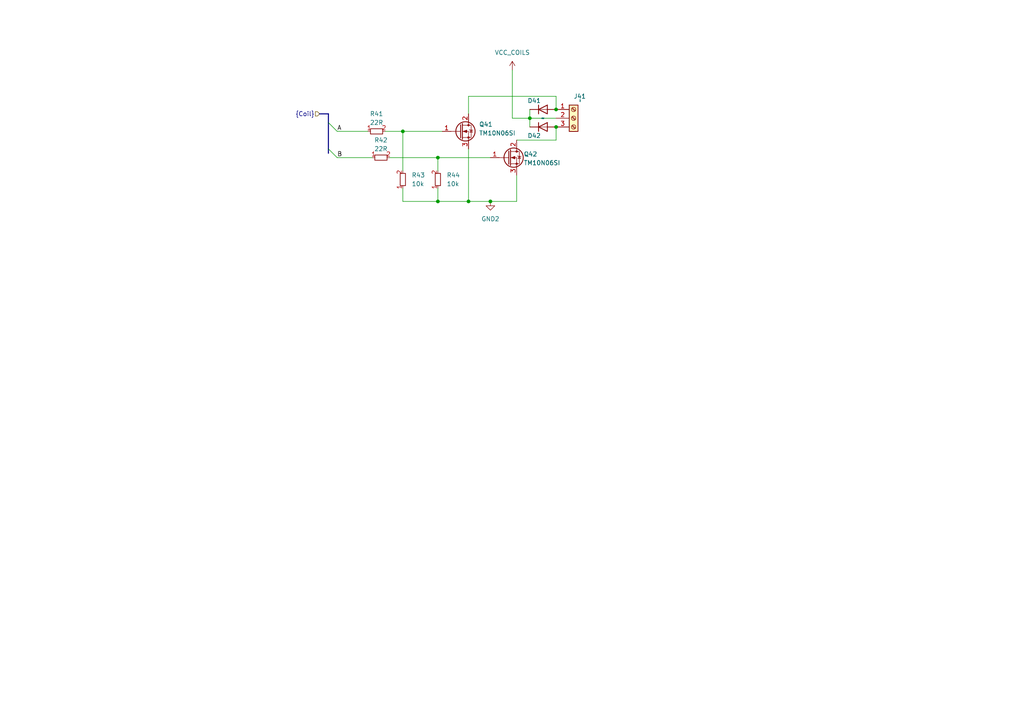
<source format=kicad_sch>
(kicad_sch (version 20231120) (generator "eeschema") (generator_version "8.0")
  (paper "A4")
  (lib_symbols
    (symbol "Connector:Screw_Terminal_01x03" (pin_names (offset 1.016) hide)
      (property "Reference" "J" (at 0 5.08 0))
      (property "Value" "Screw_Terminal_01x03" (at 0 -5.08 0))
      (symbol "Screw_Terminal_01x03_1_1"
        (rectangle (start -1.27 3.81) (end 1.27 -3.81) (stroke (width 0.254)) (fill (type background)))
        (circle (center 0 -2.54) (radius 0.635) (stroke (width 0.1524)))
        (polyline (pts (xy -0.5334 -2.2098) (xy 0.3302 -3.048)) (stroke (width 0.1524)))
        (polyline (pts (xy -0.5334 0.3302) (xy 0.3302 -0.508)) (stroke (width 0.1524)))
        (polyline (pts (xy -0.5334 2.8702) (xy 0.3302 2.032)) (stroke (width 0.1524)))
        (polyline (pts (xy -0.3556 -2.032) (xy 0.508 -2.8702)) (stroke (width 0.1524)))
        (polyline (pts (xy -0.3556 0.508) (xy 0.508 -0.3302)) (stroke (width 0.1524)))
        (polyline (pts (xy -0.3556 3.048) (xy 0.508 2.2098)) (stroke (width 0.1524)))
        (circle (center 0 0) (radius 0.635) (stroke (width 0.1524)))
        (circle (center 0 2.54) (radius 0.635) (stroke (width 0.1524)))
        (pin passive line (at -5.08 2.54 0) (length 3.81) (name "Pin_1") (number "1"))
        (pin passive line (at -5.08 0 0) (length 3.81) (name "Pin_2") (number "2"))
        (pin passive line (at -5.08 -2.54 0) (length 3.81) (name "Pin_3") (number "3"))
      )
    )
    (symbol "Device:D" (pin_numbers hide) (pin_names (offset 1.016) hide)
      (property "Reference" "D" (at 0 2.54 0))
      (property "Value" "D" (at 0 -2.54 0))
      (symbol "D_0_1"
        (polyline (pts (xy -1.27 1.27) (xy -1.27 -1.27)) (stroke (width 0.254)))
        (polyline (pts (xy 1.27 0) (xy -1.27 0)))
        (polyline (pts (xy 1.27 1.27) (xy 1.27 -1.27) (xy -1.27 0) (xy 1.27 1.27)) (stroke (width 0.254)))
      )
      (symbol "D_1_1"
        (pin passive line (at -3.81 0 0) (length 2.54) (name "K") (number "1"))
        (pin passive line (at 3.81 0 180) (length 2.54) (name "A") (number "2"))
      )
    )
    (symbol "Transistor_FET_Other:DN2540N8-G" (pin_names (offset 0) hide)
      (property "Reference" "Q" (at 5.08 1.905 0))
      (property "Value" "DN2540N8-G" (at 5.08 0 0))
      (symbol "DN2540N8-G_0_1"
        (polyline (pts (xy 0.254 0) (xy -2.54 0)))
        (polyline (pts (xy 0.254 1.905) (xy 0.254 -1.905)) (stroke (width 0.254)))
        (polyline (pts (xy 0.762 2.286) (xy 0.762 -2.286)) (stroke (width 0.254)))
        (polyline (pts (xy 2.54 2.54) (xy 2.54 1.778)))
        (polyline (pts (xy 2.54 -2.54) (xy 2.54 0) (xy 0.762 0)))
        (polyline (pts (xy 0.762 -1.778) (xy 3.302 -1.778) (xy 3.302 1.778) (xy 0.762 1.778)))
        (polyline (pts (xy 1.016 0) (xy 2.032 0.381) (xy 2.032 -0.381) (xy 1.016 0)) (fill (type outline)))
        (polyline (pts (xy 2.794 0.508) (xy 2.921 0.381) (xy 3.683 0.381) (xy 3.81 0.254)))
        (polyline (pts (xy 3.302 0.381) (xy 2.921 -0.254) (xy 3.683 -0.254) (xy 3.302 0.381)))
        (circle (center 1.651 0) (radius 2.794) (stroke (width 0.254)))
        (circle (center 2.54 -1.778) (radius 0.254) (fill (type outline)))
        (circle (center 2.54 1.778) (radius 0.254) (fill (type outline)))
      )
      (symbol "DN2540N8-G_1_1"
        (pin input line (at -5.08 0 0) (length 2.54) (name "G") (number "1"))
        (pin passive line (at 2.54 5.08 270) (length 2.54) (name "D") (number "2"))
        (pin passive line (at 2.54 -5.08 90) (length 2.54) (name "S") (number "3"))
      )
    )
    (symbol "power:GND" (power) (pin_numbers hide) (pin_names (offset 0) hide)
      (property "Value" "GND" (at 0 -3.81 0))
      (symbol "GND_0_1"
        (polyline (pts (xy 0 0) (xy 0 -1.27) (xy 1.27 -1.27) (xy 0 -2.54) (xy -1.27 -1.27) (xy 0 -1.27)))
      )
      (symbol "GND_1_1"
        (pin power_in line (at 0 0 270) (length 0) (name "~") (number "1"))
      )
    )
    (symbol "power:VCC" (power) (pin_numbers hide) (pin_names (offset 0) hide)
      (property "Value" "VCC" (at 0 3.556 0))
      (symbol "VCC_0_1"
        (polyline (pts (xy -0.762 1.27) (xy 0 2.54)))
        (polyline (pts (xy 0 0) (xy 0 2.54)))
        (polyline (pts (xy 0 2.54) (xy 0.762 1.27)))
      )
      (symbol "VCC_1_1"
        (pin power_in line (at 0 0 90) (length 0) (name "~") (number "1"))
      )
    )
    (symbol "resistors_0603:R_10k_0603"
      (property "Reference" "R" (at 1.27 2.54 0))
      (property "Value" "10k" (at 2.54 -2.54 0))
      (symbol "R_10k_0603_0_1"
        (rectangle (start -0.762 1.778) (end 0.762 -1.778) (stroke (width 0.2032)))
      )
      (symbol "R_10k_0603_1_1"
        (pin passive line (at 0 2.54 270) (length 0.762) (name "~") (number "1"))
        (pin passive line (at 0 -2.54 90) (length 0.762) (name "~") (number "2"))
      )
    )
    (symbol "resistors_0603:R_22R_0603"
      (property "Reference" "R" (at 1.27 2.54 0))
      (property "Value" "22R" (at 2.54 -2.54 0))
      (symbol "R_22R_0603_0_1"
        (rectangle (start -0.762 1.778) (end 0.762 -1.778) (stroke (width 0.2032)))
      )
      (symbol "R_22R_0603_1_1"
        (pin passive line (at 0 2.54 270) (length 0.762) (name "~") (number "1"))
        (pin passive line (at 0 -2.54 90) (length 0.762) (name "~") (number "2"))
      )
    )
  )
  (junction (at 116.84 38.1))
  (junction (at 153.67 34.29))
  (junction (at 135.89 58.42))
  (junction (at 127 45.72))
  (junction (at 142.24 58.42))
  (junction (at 127 58.42))
  (junction (at 161.29 31.75))
  (junction (at 161.29 36.83))
  (bus_entry (at 95.25 43.18) (size 2.54 2.54))
  (bus_entry (at 95.25 35.56) (size 2.54 2.54))
  (wire (pts (xy 148.59 20.32) (xy 148.59 34.29)))
  (wire (pts (xy 127 58.42) (xy 135.89 58.42)))
  (wire (pts (xy 127 45.72) (xy 127 49.53)))
  (wire (pts (xy 127 45.72) (xy 142.24 45.72)))
  (wire (pts (xy 142.24 58.42) (xy 149.86 58.42)))
  (bus (pts (xy 95.25 35.56) (xy 95.25 33.02)))
  (wire (pts (xy 111.76 38.1) (xy 116.84 38.1)))
  (wire (pts (xy 161.29 36.83) (xy 161.29 40.64)))
  (wire (pts (xy 135.89 27.94) (xy 161.29 27.94)))
  (bus (pts (xy 95.25 33.02) (xy 92.71 33.02)))
  (bus (pts (xy 95.25 44.45) (xy 95.25 43.18)))
  (wire (pts (xy 116.84 38.1) (xy 116.84 49.53)))
  (wire (pts (xy 153.67 34.29) (xy 153.67 36.83)))
  (wire (pts (xy 161.29 27.94) (xy 161.29 31.75)))
  (wire (pts (xy 127 58.42) (xy 127 54.61)))
  (wire (pts (xy 135.89 43.18) (xy 135.89 58.42)))
  (wire (pts (xy 153.67 34.29) (xy 153.67 31.75)))
  (wire (pts (xy 148.59 34.29) (xy 153.67 34.29)))
  (wire (pts (xy 113.03 45.72) (xy 127 45.72)))
  (wire (pts (xy 116.84 38.1) (xy 128.27 38.1)))
  (wire (pts (xy 149.86 40.64) (xy 161.29 40.64)))
  (bus (pts (xy 95.25 43.18) (xy 95.25 35.56)))
  (wire (pts (xy 135.89 58.42) (xy 142.24 58.42)))
  (wire (pts (xy 97.79 45.72) (xy 107.95 45.72)))
  (wire (pts (xy 116.84 58.42) (xy 127 58.42)))
  (wire (pts (xy 149.86 50.8) (xy 149.86 58.42)))
  (wire (pts (xy 116.84 54.61) (xy 116.84 58.42)))
  (wire (pts (xy 97.79 38.1) (xy 106.68 38.1)))
  (wire (pts (xy 153.67 34.29) (xy 161.29 34.29)))
  (wire (pts (xy 135.89 27.94) (xy 135.89 33.02)))
  (label "A" (at 97.79 38.1 0))
  (label "B" (at 97.79 45.72 0))
  (hierarchical_label "{Coil}" (shape input) (at 92.71 33.02 180))
  (symbol (lib_id "Transistor_FET_Other:DN2540N8-G") (at 147.32 45.72 0) (unit 1)
    (property "Reference" "Q42" (at 151.892 44.704 0) (effects (justify left)))
    (property "Value" "TM10N06SI" (at 151.892 47.244 0) (effects (justify left)))
    (property "Footprint" "Package_TO_SOT_SMD:SOT-89-3" (effects (hide yes)))
    (property "Datasheet" "https://wmsc.lcsc.com/wmsc/upload/file/pdf/v2/lcsc/2306141502_Tritech-MOS-TM10N06SI_C7422810.pdf" (effects (hide yes)))
    (property "Description" "10A Vds, channel MOSFET, SOT-89" (effects (hide yes)))
    (property "JLCPCB Part#" "C7422810" (effects (hide yes)))
    (instances (project "OSSD-8A" (path "" (reference "Q42") (unit 1)) (path "" (reference "Q62") (unit 1)) (path "" (reference "Q32") (unit 1)) (path "" (reference "Q12") (unit 1)) (path "" (reference "Q52") (unit 1)) (path "" (reference "Q82") (unit 1)) (path "" (reference "Q72") (unit 1)) (path "" (reference "Q22") (unit 1))))
  )
  (symbol (lib_id "resistors_0603:R_10k_0603") (at 127 52.07 180) (unit 1)
    (property "Reference" "R44" (at 129.54 50.7999 0) (effects (justify right)))
    (property "Value" "10k" (at 129.54 53.3399 0) (effects (justify right)))
    (property "Footprint" "custom_kicad_lib_sk:R_0603_smalltext" (effects (hide yes)))
    (property "JLCPCB Part#" "C25804" (effects (hide yes)))
    (instances (project "OSSD-8A" (path "" (reference "R44") (unit 1)) (path "" (reference "R64") (unit 1)) (path "" (reference "R34") (unit 1)) (path "" (reference "R14") (unit 1)) (path "" (reference "R54") (unit 1)) (path "" (reference "R84") (unit 1)) (path "" (reference "R74") (unit 1)) (path "" (reference "R24") (unit 1))))
  )
  (symbol (lib_id "Device:D") (at 157.48 36.83 0) (unit 1)
    (property "Reference" "D42" (at 154.94 39.37 0))
    (property "Value" "~" (at 157.48 34.3686 0))
    (property "Footprint" "Diode_SMD:D_SMA" (effects (hide yes)))
    (property "JLCPCB Part#" "C8678" (effects (hide yes)))
    (instances (project "OSSD-8A" (path "" (reference "D42") (unit 1)) (path "" (reference "D62") (unit 1)) (path "" (reference "D32") (unit 1)) (path "" (reference "D12") (unit 1)) (path "" (reference "D52") (unit 1)) (path "" (reference "D82") (unit 1)) (path "" (reference "D72") (unit 1)) (path "" (reference "D22") (unit 1))))
  )
  (symbol (lib_id "power:GND") (at 142.24 58.42 0) (unit 1)
    (property "Reference" "#PWR041" (effects (hide yes)))
    (property "Value" "GND2" (at 142.24 63.5 0))
    (property "Description" "Power symbol creates a global label with name \"GND\" , ground" (effects (hide yes)))
    (instances (project "OSSD-8A" (path "" (reference "#PWR041") (unit 1)) (path "" (reference "#PWR061") (unit 1)) (path "" (reference "#PWR039") (unit 1)) (path "" (reference "#PWR018") (unit 1)) (path "" (reference "#PWR051") (unit 1)) (path "" (reference "#PWR081") (unit 1)) (path "" (reference "#PWR071") (unit 1)) (path "" (reference "#PWR021") (unit 1))))
  )
  (symbol (lib_id "resistors_0603:R_10k_0603") (at 116.84 52.07 180) (unit 1)
    (property "Reference" "R43" (at 119.38 50.7999 0) (effects (justify right)))
    (property "Value" "10k" (at 119.38 53.3399 0) (effects (justify right)))
    (property "Footprint" "custom_kicad_lib_sk:R_0603_smalltext" (effects (hide yes)))
    (property "JLCPCB Part#" "C25804" (effects (hide yes)))
    (instances (project "OSSD-8A" (path "" (reference "R43") (unit 1)) (path "" (reference "R63") (unit 1)) (path "" (reference "R33") (unit 1)) (path "" (reference "R13") (unit 1)) (path "" (reference "R53") (unit 1)) (path "" (reference "R83") (unit 1)) (path "" (reference "R73") (unit 1)) (path "" (reference "R23") (unit 1))))
  )
  (symbol (lib_id "Transistor_FET_Other:DN2540N8-G") (at 133.35 38.1 0) (unit 1)
    (property "Reference" "Q41" (at 138.938 36.068 0) (effects (justify left)))
    (property "Value" "TM10N06SI" (at 138.938 38.608 0) (effects (justify left)))
    (property "Footprint" "Package_TO_SOT_SMD:SOT-89-3" (effects (hide yes)))
    (property "Datasheet" "https://wmsc.lcsc.com/wmsc/upload/file/pdf/v2/lcsc/2306141502_Tritech-MOS-TM10N06SI_C7422810.pdf" (effects (hide yes)))
    (property "Description" "10A Vds, channel MOSFET, SOT-89" (effects (hide yes)))
    (property "JLCPCB Part#" "C7422810" (effects (hide yes)))
    (instances (project "OSSD-8A" (path "" (reference "Q41") (unit 1)) (path "" (reference "Q61") (unit 1)) (path "" (reference "Q31") (unit 1)) (path "" (reference "Q11") (unit 1)) (path "" (reference "Q51") (unit 1)) (path "" (reference "Q81") (unit 1)) (path "" (reference "Q71") (unit 1)) (path "" (reference "Q21") (unit 1))))
  )
  (symbol (lib_id "Connector:Screw_Terminal_01x03") (at 166.37 34.29 0) (unit 1)
    (property "Reference" "J41" (at 166.37 27.94 0) (effects (justify left)))
    (property "Value" "~" (at 168.2366 29.718 90) (effects (justify left)))
    (property "Footprint" "Connector_Phoenix_MC:PhoenixContact_MC_1,5_3-G-3.5_1x03_P3.50mm_Horizontal" (effects (hide yes)))
    (property "JLCPCB Part#" "C430551" (effects (hide yes)))
    (instances (project "OSSD-8A" (path "" (reference "J41") (unit 1)) (path "" (reference "J61") (unit 1)) (path "" (reference "J31") (unit 1)) (path "" (reference "J11") (unit 1)) (path "" (reference "J51") (unit 1)) (path "" (reference "J81") (unit 1)) (path "" (reference "J71") (unit 1)) (path "" (reference "J21") (unit 1))))
  )
  (symbol (lib_id "Device:D") (at 157.48 31.75 0) (unit 1)
    (property "Reference" "D41" (at 154.94 29.21 0))
    (property "Value" "~" (at 157.48 34.1829 0))
    (property "Footprint" "Diode_SMD:D_SMA" (effects (hide yes)))
    (property "JLCPCB Part#" "C8678" (effects (hide yes)))
    (instances (project "OSSD-8A" (path "" (reference "D41") (unit 1)) (path "" (reference "D61") (unit 1)) (path "" (reference "D31") (unit 1)) (path "" (reference "D11") (unit 1)) (path "" (reference "D51") (unit 1)) (path "" (reference "D81") (unit 1)) (path "" (reference "D71") (unit 1)) (path "" (reference "D21") (unit 1))))
  )
  (symbol (lib_id "resistors_0603:R_22R_0603") (at 109.22 38.1 90) (unit 1)
    (property "Reference" "R41" (at 109.22 33.02 90))
    (property "Value" "22R" (at 109.22 35.56 90))
    (property "Footprint" "custom_kicad_lib_sk:R_0603_smalltext" (effects (hide yes)))
    (property "JLCPCB Part#" "C23345" (effects (hide yes)))
    (instances (project "OSSD-8A" (path "" (reference "R41") (unit 1)) (path "" (reference "R61") (unit 1)) (path "" (reference "R31") (unit 1)) (path "" (reference "R11") (unit 1)) (path "" (reference "R51") (unit 1)) (path "" (reference "R81") (unit 1)) (path "" (reference "R71") (unit 1)) (path "" (reference "R21") (unit 1))))
  )
  (symbol (lib_id "resistors_0603:R_22R_0603") (at 110.49 45.72 90) (unit 1)
    (property "Reference" "R42" (at 110.49 40.64 90))
    (property "Value" "22R" (at 110.49 43.18 90))
    (property "Footprint" "custom_kicad_lib_sk:R_0603_smalltext" (effects (hide yes)))
    (property "JLCPCB Part#" "C23345" (effects (hide yes)))
    (instances (project "OSSD-8A" (path "" (reference "R42") (unit 1)) (path "" (reference "R62") (unit 1)) (path "" (reference "R32") (unit 1)) (path "" (reference "R12") (unit 1)) (path "" (reference "R52") (unit 1)) (path "" (reference "R82") (unit 1)) (path "" (reference "R72") (unit 1)) (path "" (reference "R22") (unit 1))))
  )
  (symbol (lib_id "power:VCC") (at 148.59 20.32 0) (unit 1)
    (property "Reference" "#PWR042" (effects (hide yes)))
    (property "Value" "VCC_COILS" (at 148.59 15.24 0))
    (property "Description" "Power symbol creates a global label with name \"VCC\"" (effects (hide yes)))
    (instances (project "OSSD-8A" (path "" (reference "#PWR042") (unit 1)) (path "" (reference "#PWR062") (unit 1)) (path "" (reference "#PWR040") (unit 1)) (path "" (reference "#PWR019") (unit 1)) (path "" (reference "#PWR052") (unit 1)) (path "" (reference "#PWR082") (unit 1)) (path "" (reference "#PWR072") (unit 1)) (path "" (reference "#PWR022") (unit 1))))
  )
)
</source>
